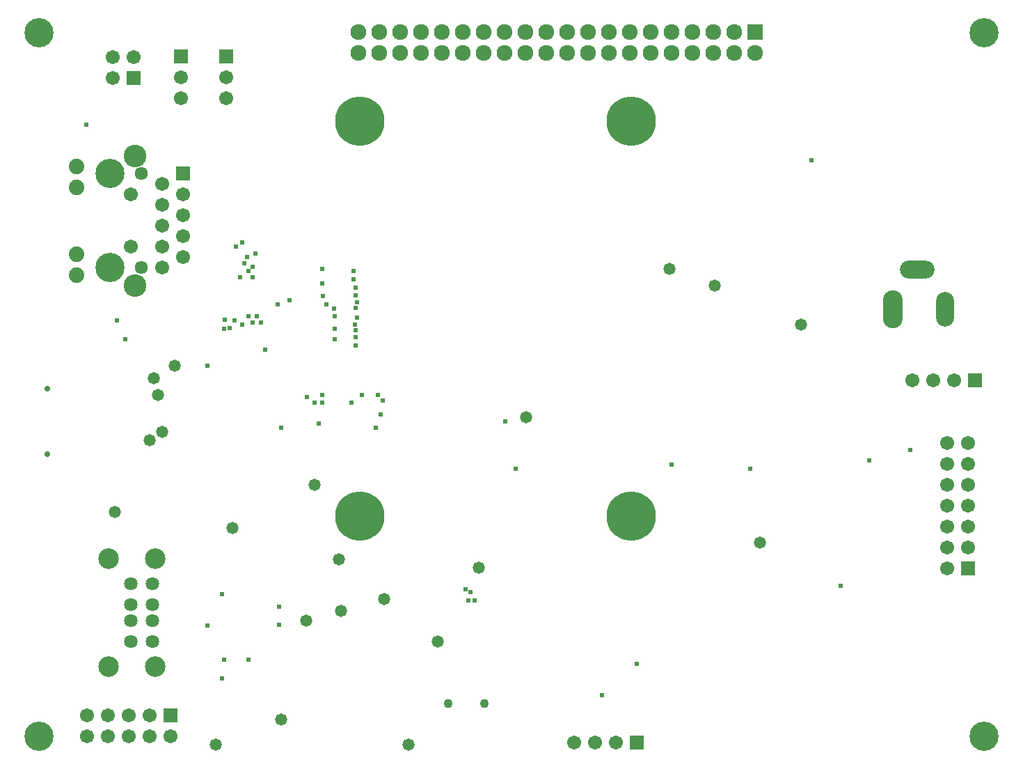
<source format=gbs>
G04*
G04 #@! TF.GenerationSoftware,Altium Limited,Altium Designer,25.2.1 (25)*
G04*
G04 Layer_Color=16711935*
%FSLAX43Y43*%
%MOMM*%
G71*
G04*
G04 #@! TF.SameCoordinates,0A798D29-7D92-4AD3-8B22-41AEFD2D755B*
G04*
G04*
G04 #@! TF.FilePolarity,Negative*
G04*
G01*
G75*
%ADD97C,6.003*%
%ADD98C,1.631*%
%ADD99C,2.503*%
%ADD100C,0.703*%
%ADD101R,1.703X1.703*%
%ADD102C,1.703*%
%ADD103C,3.553*%
%ADD104C,2.753*%
%ADD105R,1.711X1.711*%
%ADD106C,1.711*%
%ADD107C,1.611*%
%ADD108C,1.883*%
%ADD109R,1.703X1.703*%
%ADD110R,1.928X1.928*%
%ADD111C,1.928*%
%ADD112C,1.103*%
%ADD113O,2.403X4.603*%
%ADD114O,4.203X2.203*%
%ADD115O,2.203X4.203*%
%ADD116C,0.603*%
%ADD117C,1.473*%
D97*
X115040Y112700D02*
D03*
X82040D02*
D03*
X115040Y64700D02*
D03*
X82040D02*
D03*
D98*
X56830Y56500D02*
D03*
Y54000D02*
D03*
Y52000D02*
D03*
Y49500D02*
D03*
X54210Y56500D02*
D03*
Y54000D02*
D03*
Y52000D02*
D03*
Y49500D02*
D03*
D99*
X57180Y59570D02*
D03*
X51500D02*
D03*
X57180Y46430D02*
D03*
X51500D02*
D03*
D100*
X44050Y80235D02*
D03*
Y72235D02*
D03*
D101*
X59040Y40500D02*
D03*
X156893Y81264D02*
D03*
X115697Y37211D02*
D03*
D102*
X59040Y37960D02*
D03*
X56500Y40500D02*
D03*
Y37960D02*
D03*
X53960Y40500D02*
D03*
Y37960D02*
D03*
X51420Y40500D02*
D03*
Y37960D02*
D03*
X48880Y40500D02*
D03*
Y37960D02*
D03*
X153490Y58390D02*
D03*
X156030Y60930D02*
D03*
X153490D02*
D03*
X156030Y63470D02*
D03*
X153490D02*
D03*
X156030Y66010D02*
D03*
X153490D02*
D03*
X156030Y68550D02*
D03*
X153490D02*
D03*
X156030Y71090D02*
D03*
X153490D02*
D03*
X156030Y73630D02*
D03*
X153490D02*
D03*
X154353Y81264D02*
D03*
X151813D02*
D03*
X149273D02*
D03*
X52000Y118000D02*
D03*
X54540Y120540D02*
D03*
X52000D02*
D03*
X60289Y115551D02*
D03*
Y118091D02*
D03*
X65750Y115551D02*
D03*
Y118091D02*
D03*
X108077Y37211D02*
D03*
X110617D02*
D03*
X113157D02*
D03*
D103*
X51650Y106350D02*
D03*
Y94920D02*
D03*
X158000Y38000D02*
D03*
X43000Y123500D02*
D03*
X158000D02*
D03*
X43000Y38000D02*
D03*
D104*
X54700Y108485D02*
D03*
Y92785D02*
D03*
D105*
X60540Y106350D02*
D03*
D106*
X58000Y105080D02*
D03*
X60540Y103810D02*
D03*
X58000Y102540D02*
D03*
X60540Y101270D02*
D03*
X58000Y100000D02*
D03*
X60540Y98730D02*
D03*
X58000Y97460D02*
D03*
X60540Y96190D02*
D03*
X58000Y94920D02*
D03*
X54210Y103810D02*
D03*
Y97460D02*
D03*
D107*
X55480Y106350D02*
D03*
Y94920D02*
D03*
D108*
X47590Y107275D02*
D03*
Y104735D02*
D03*
Y96535D02*
D03*
Y93995D02*
D03*
D109*
X156030Y58390D02*
D03*
X54540Y118000D02*
D03*
X60289Y120631D02*
D03*
X65750D02*
D03*
D110*
X130160Y123540D02*
D03*
D111*
Y121000D02*
D03*
X127620Y123540D02*
D03*
Y121000D02*
D03*
X125080Y123540D02*
D03*
Y121000D02*
D03*
X122540Y123540D02*
D03*
Y121000D02*
D03*
X120000Y123540D02*
D03*
Y121000D02*
D03*
X117460Y123540D02*
D03*
Y121000D02*
D03*
X114920Y123540D02*
D03*
Y121000D02*
D03*
X112380Y123540D02*
D03*
Y121000D02*
D03*
X109840Y123540D02*
D03*
Y121000D02*
D03*
X107300Y123540D02*
D03*
Y121000D02*
D03*
X104760Y123540D02*
D03*
Y121000D02*
D03*
X102220Y123540D02*
D03*
Y121000D02*
D03*
X99680Y123540D02*
D03*
Y121000D02*
D03*
X97140Y123540D02*
D03*
Y121000D02*
D03*
X94600Y123540D02*
D03*
Y121000D02*
D03*
X92060Y123540D02*
D03*
Y121000D02*
D03*
X89520Y123540D02*
D03*
Y121000D02*
D03*
X86980Y123540D02*
D03*
Y121000D02*
D03*
X84440Y123540D02*
D03*
Y121000D02*
D03*
X81900Y123540D02*
D03*
Y121000D02*
D03*
D112*
X97150Y41950D02*
D03*
X92750D02*
D03*
D113*
X146920Y89900D02*
D03*
D114*
X149820Y94700D02*
D03*
D115*
X153220Y89900D02*
D03*
D116*
X69291Y96631D02*
D03*
X67736Y98014D02*
D03*
X68327Y96206D02*
D03*
X67500Y93750D02*
D03*
X68500Y94500D02*
D03*
X69000Y93750D02*
D03*
Y95000D02*
D03*
X65605Y88605D02*
D03*
X66750Y88500D02*
D03*
X65500Y87500D02*
D03*
X66168Y87575D02*
D03*
X68500Y89000D02*
D03*
X70000Y88250D02*
D03*
X69000D02*
D03*
X69500Y89000D02*
D03*
X94921Y55874D02*
D03*
X96000Y54500D02*
D03*
X95250D02*
D03*
X95500Y55500D02*
D03*
X81688Y88869D02*
D03*
X81250Y94500D02*
D03*
Y93500D02*
D03*
X65250Y45000D02*
D03*
X149000Y72750D02*
D03*
X129500Y70500D02*
D03*
X115750Y46750D02*
D03*
X140500Y56250D02*
D03*
X111500Y43000D02*
D03*
X101000Y70500D02*
D03*
X82250Y79500D02*
D03*
X81000Y78500D02*
D03*
X99750Y76250D02*
D03*
X84250Y79500D02*
D03*
X53500Y86250D02*
D03*
X70500Y85000D02*
D03*
X72500Y75500D02*
D03*
X68500Y47250D02*
D03*
X63450Y51440D02*
D03*
X65500Y47250D02*
D03*
X65250Y55250D02*
D03*
X72250Y53750D02*
D03*
Y51500D02*
D03*
X137000Y108000D02*
D03*
X79000Y86250D02*
D03*
X77500Y93000D02*
D03*
X77573Y91500D02*
D03*
X77500Y94750D02*
D03*
X68000Y95500D02*
D03*
X67750Y88000D02*
D03*
X77000Y76000D02*
D03*
X81690Y90695D02*
D03*
X81542Y90046D02*
D03*
X81486Y91552D02*
D03*
X81486Y92491D02*
D03*
X63500Y83000D02*
D03*
X75600Y79200D02*
D03*
X48748Y112352D02*
D03*
X77500Y78500D02*
D03*
Y79500D02*
D03*
X144000Y71500D02*
D03*
X84802Y78802D02*
D03*
X84000Y75500D02*
D03*
X84552Y77052D02*
D03*
X120000Y71000D02*
D03*
X81500Y85500D02*
D03*
Y86500D02*
D03*
X78865Y90000D02*
D03*
X81564Y87364D02*
D03*
X81448Y88052D02*
D03*
X76500Y78500D02*
D03*
X78000Y90500D02*
D03*
X79000Y89000D02*
D03*
X67000Y97500D02*
D03*
X73500Y91000D02*
D03*
X52500Y88500D02*
D03*
X72000Y90500D02*
D03*
X79000Y87500D02*
D03*
D117*
X85000Y54666D02*
D03*
X102250Y76750D02*
D03*
X79750Y53250D02*
D03*
X130750Y61500D02*
D03*
X135750Y88000D02*
D03*
X125250Y92750D02*
D03*
X119750Y94750D02*
D03*
X59500Y83000D02*
D03*
X52250Y65250D02*
D03*
X66500Y63250D02*
D03*
X79500Y59500D02*
D03*
X96500Y58500D02*
D03*
X91500Y49500D02*
D03*
X72500Y40000D02*
D03*
X88000Y37000D02*
D03*
X64500D02*
D03*
X76500Y68500D02*
D03*
X75500Y52000D02*
D03*
X56500Y74000D02*
D03*
X58000Y75000D02*
D03*
X57500Y79500D02*
D03*
X57000Y81500D02*
D03*
M02*

</source>
